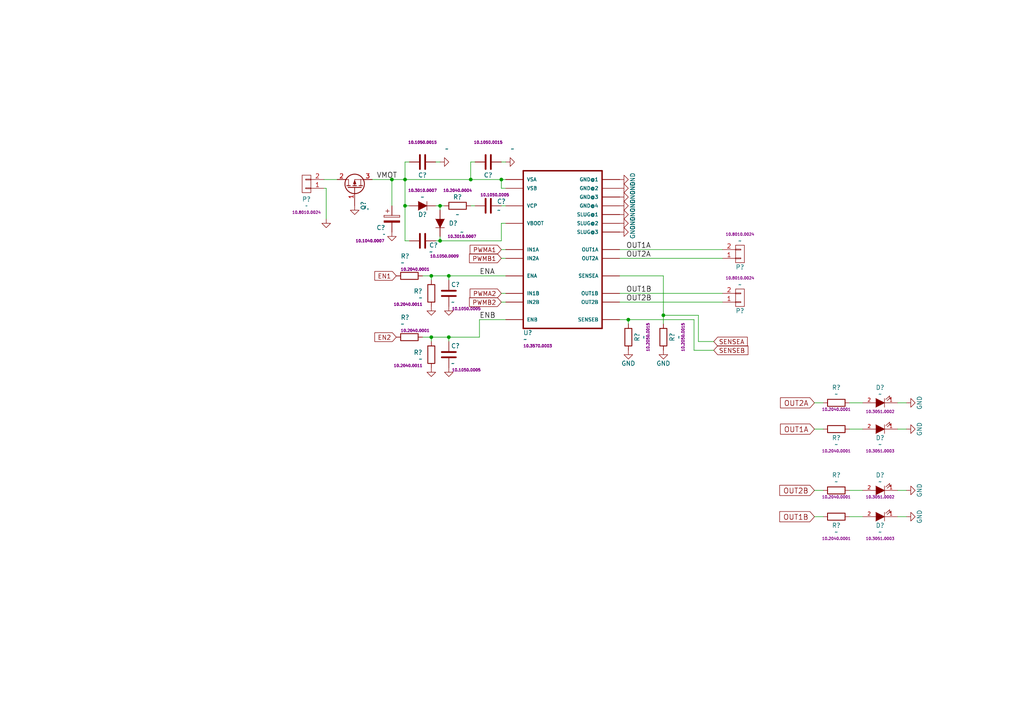
<source format=kicad_sch>
(kicad_sch (version 20211123) (generator eeschema)
  (paper "A4")
  (lib_symbols
    (symbol "RoboPonteDual-rescue:C" (pin_numbers hide) (pin_names (offset 0.254))
      (property "Reference" "C" (at 0.635 2.54 0))
      (property "Value" "C" (at 0.635 -2.54 0))
      (symbol "C_0_1"
        (polyline (pts (xy -2.032 -0.762) (xy 2.032 -0.762)) (stroke (width 0.508)))
        (polyline (pts (xy -2.032 0.762) (xy 2.032 0.762)) (stroke (width 0.508)))
      )
      (symbol "C_1_1"
        (pin passive line (at 0 3.81 270) (length 2.794) (name "~") (number "1"))
        (pin passive line (at 0 -3.81 90) (length 2.794) (name "~") (number "2"))
      )
    )
    (symbol "RoboPonteDual-rescue:CONN_01X02" (pin_names (offset 1.016) hide)
      (property "Reference" "P" (at 0 3.81 0))
      (property "Value" "CONN_01X02" (at 2.54 0 90))
      (symbol "CONN_01X02_0_1"
        (rectangle (start -1.27 -1.143) (end 0.254 -1.397))
        (rectangle (start -1.27 1.397) (end 0.254 1.143))
        (rectangle (start -1.27 2.54) (end 1.27 -2.54))
      )
      (symbol "CONN_01X02_1_1"
        (pin passive line (at -5.08 1.27 0) (length 3.81) (name "P1") (number "1"))
        (pin passive line (at -5.08 -1.27 0) (length 3.81) (name "P2") (number "2"))
      )
    )
    (symbol "RoboPonteDual-rescue:CP" (pin_numbers hide) (pin_names (offset 0.254))
      (property "Reference" "C" (at 0.635 2.54 0))
      (property "Value" "CP" (at 0.635 -2.54 0))
      (symbol "CP_0_1"
        (rectangle (start -2.286 0.508) (end -2.286 1.016))
        (rectangle (start -2.286 0.508) (end 2.286 0.508))
        (polyline (pts (xy -1.778 2.286) (xy -0.762 2.286)))
        (polyline (pts (xy -1.27 2.794) (xy -1.27 1.778)))
        (rectangle (start 2.286 -0.508) (end -2.286 -1.016) (fill (type outline)))
        (rectangle (start 2.286 1.016) (end -2.286 1.016))
        (rectangle (start 2.286 1.016) (end 2.286 0.508))
      )
      (symbol "CP_1_1"
        (pin passive line (at 0 3.81 270) (length 2.794) (name "~") (number "1"))
        (pin passive line (at 0 -3.81 90) (length 2.794) (name "~") (number "2"))
      )
    )
    (symbol "RoboPonteDual-rescue:D" (pin_numbers hide) (pin_names (offset 1.016) hide)
      (property "Reference" "D" (at 0 2.54 0))
      (property "Value" "D" (at 0 -2.54 0))
      (symbol "D_0_1"
        (polyline (pts (xy -1.27 1.27) (xy -1.27 -1.27)) (stroke (width 0.1524)))
        (polyline (pts (xy 1.27 1.27) (xy -1.27 0) (xy 1.27 -1.27)) (fill (type outline)))
      )
      (symbol "D_1_1"
        (pin passive line (at -3.81 0 0) (length 2.54) (name "K") (number "1"))
        (pin passive line (at 3.81 0 180) (length 2.54) (name "A") (number "2"))
      )
    )
    (symbol "RoboPonteDual-rescue:GND" (power) (pin_names (offset 0))
      (property "Value" "GND" (at 0 -3.81 0))
      (symbol "GND_0_1"
        (polyline (pts (xy 0 0) (xy 0 -1.27) (xy 1.27 -1.27) (xy 0 -2.54) (xy -1.27 -1.27) (xy 0 -1.27)))
      )
      (symbol "GND_1_1"
        (pin power_in line (at 0 0 270) (length 0) hide (name "GND") (number "1"))
      )
    )
    (symbol "RoboPonteDual-rescue:L6205PD" (pin_numbers hide) (pin_names (offset 1.016))
      (property "Reference" "U" (at -10.16 24.003 0))
      (property "Value" "L6205PD" (at -10.16 -25.654 0))
      (symbol "L6205PD_0_0"
        (polyline (pts (xy -10.16 -22.86) (xy -10.16 22.86)) (stroke (width 0.4064)))
        (polyline (pts (xy -10.16 -22.86) (xy 12.7 -22.86)) (stroke (width 0.4064)))
        (polyline (pts (xy 12.7 22.86) (xy -10.16 22.86)) (stroke (width 0.4064)))
        (polyline (pts (xy 12.7 22.86) (xy 12.7 -22.86)) (stroke (width 0.4064)))
        (pin input line (at 17.78 20.32 180) (length 5.08) (name "GND@1") (number "1"))
        (pin input line (at 17.78 17.78 180) (length 5.08) (name "GND@2") (number "10"))
        (pin input line (at 17.78 15.24 180) (length 5.08) (name "GND@3") (number "11"))
        (pin output line (at 17.78 -12.7 180) (length 5.08) (name "OUT1B") (number "12"))
        (pin input line (at 17.78 -20.32 180) (length 5.08) (name "SENSEB") (number "13"))
        (pin input line (at -15.24 -12.7 0) (length 5.08) (name "IN1B") (number "14"))
        (pin input line (at -15.24 -15.24 0) (length 5.08) (name "IN2B") (number "15"))
        (pin bidirectional line (at -15.24 -20.32 0) (length 5.08) (name "ENB") (number "16"))
        (pin passive line (at -15.24 7.62 0) (length 5.08) (name "VBOOT") (number "17"))
        (pin output line (at 17.78 -15.24 180) (length 5.08) (name "OUT2B") (number "18"))
        (pin input line (at -15.24 17.78 0) (length 5.08) (name "VSB") (number "19"))
        (pin input line (at -15.24 20.32 0) (length 5.08) (name "VSA") (number "2"))
        (pin input line (at 17.78 12.7 180) (length 5.08) (name "GND@4") (number "20"))
        (pin output line (at 17.78 -2.54 180) (length 5.08) (name "OUT2A") (number "3"))
        (pin passive line (at -15.24 12.7 0) (length 5.08) (name "VCP") (number "4"))
        (pin bidirectional line (at -15.24 -7.62 0) (length 5.08) (name "ENA") (number "5"))
        (pin input line (at -15.24 0 0) (length 5.08) (name "IN1A") (number "6"))
        (pin input line (at -15.24 -2.54 0) (length 5.08) (name "IN2A") (number "7"))
        (pin input line (at 17.78 -7.62 180) (length 5.08) (name "SENSEA") (number "8"))
        (pin output line (at 17.78 0 180) (length 5.08) (name "OUT1A") (number "9"))
        (pin input line (at 17.78 10.16 180) (length 5.08) (name "SLUG@1") (number "SLUG"))
        (pin input line (at 17.78 7.62 180) (length 5.08) (name "SLUG@2") (number "SLUG"))
        (pin input line (at 17.78 5.08 180) (length 5.08) (name "SLUG@3") (number "SLUG"))
      )
    )
    (symbol "RoboPonteDual-rescue:LED" (pin_names (offset 1.016) hide)
      (property "Reference" "D" (at 0 2.54 0))
      (property "Value" "LED" (at 0 -2.54 0))
      (symbol "LED_0_1"
        (polyline (pts (xy -1.27 1.27) (xy -1.27 -1.27)))
        (polyline (pts (xy -2.032 -0.635) (xy -3.175 -1.651) (xy -3.048 -1.016)))
        (polyline (pts (xy -1.651 -1.016) (xy -2.794 -2.032) (xy -2.667 -1.397)))
        (polyline (pts (xy 1.27 1.27) (xy -1.27 0) (xy 1.27 -1.27)) (fill (type outline)))
      )
      (symbol "LED_1_1"
        (pin passive line (at -5.08 0 0) (length 3.81) (name "K") (number "1"))
        (pin passive line (at 5.08 0 180) (length 3.81) (name "A") (number "2"))
      )
    )
    (symbol "RoboPonteDual-rescue:Q_PMOS_GDS" (pin_names (offset 0) hide)
      (property "Reference" "Q" (at 7.62 1.27 0))
      (property "Value" "Q_PMOS_GDS" (at 16.51 -1.27 0))
      (symbol "Q_PMOS_GDS_0_1"
        (polyline (pts (xy 0.762 -1.778) (xy 2.54 -1.778)))
        (polyline (pts (xy 0.762 -1.27) (xy 0.762 -2.286)) (stroke (width 0.254)))
        (polyline (pts (xy 0.762 0) (xy 2.54 0)))
        (polyline (pts (xy 0.762 0.508) (xy 0.762 -0.508)) (stroke (width 0.254)))
        (polyline (pts (xy 0.762 1.778) (xy 2.54 1.778)))
        (polyline (pts (xy 0.762 2.286) (xy 0.762 1.27)) (stroke (width 0.254)))
        (polyline (pts (xy 2.54 -1.778) (xy 2.54 -2.54)))
        (polyline (pts (xy 2.54 -1.778) (xy 2.54 0)))
        (polyline (pts (xy 2.54 2.54) (xy 2.54 1.778)))
        (polyline (pts (xy 0.254 1.905) (xy 0.254 -1.905) (xy 0.254 -1.905)) (stroke (width 0.254)))
        (polyline (pts (xy 2.286 0) (xy 1.27 -0.381) (xy 1.27 0.381) (xy 2.286 0)) (fill (type outline)))
        (circle (center 1.27 0) (radius 2.8194) (stroke (width 0.254)))
      )
      (symbol "Q_PMOS_GDS_1_1"
        (pin input line (at -5.08 0 0) (length 5.334) (name "G") (number "1"))
        (pin passive line (at 2.54 5.08 270) (length 2.54) (name "D") (number "2"))
        (pin passive line (at 2.54 -5.08 90) (length 2.54) (name "S") (number "3"))
      )
    )
    (symbol "RoboPonteDual-rescue:R" (pin_numbers hide) (pin_names (offset 0))
      (property "Reference" "R" (at 2.032 0 90))
      (property "Value" "R" (at 0 0 90))
      (symbol "R_0_1"
        (rectangle (start -1.016 -2.54) (end 1.016 2.54) (stroke (width 0.254)))
      )
      (symbol "R_1_1"
        (pin passive line (at 0 3.81 270) (length 1.27) (name "~") (number "1"))
        (pin passive line (at 0 -3.81 90) (length 1.27) (name "~") (number "2"))
      )
    )
  )
  (junction (at 145.415 52.07))
  (junction (at 182.245 92.71))
  (junction (at 136.525 52.07))
  (junction (at 113.665 52.07))
  (junction (at 127.635 69.85))
  (junction (at 117.475 52.07))
  (junction (at 125.095 80.01))
  (junction (at 127.635 59.69))
  (junction (at 192.405 91.44))
  (junction (at 117.475 59.69))
  (junction (at 125.095 97.79))
  (junction (at 130.175 80.01))
  (junction (at 130.175 97.79))
  (wire (pts (xy 201.295 92.71) (xy 201.295 101.6)))
  (wire (pts (xy 126.365 46.99) (xy 127.635 46.99)))
  (wire (pts (xy 202.565 91.44) (xy 202.565 99.06)))
  (wire (pts (xy 146.685 85.09) (xy 145.415 85.09)))
  (wire (pts (xy 145.415 87.63) (xy 146.685 87.63)))
  (wire (pts (xy 125.095 97.79) (xy 125.095 99.06)))
  (wire (pts (xy 127.635 60.96) (xy 127.635 59.69)))
  (wire (pts (xy 262.89 142.24) (xy 260.35 142.24)))
  (wire (pts (xy 125.095 81.28) (xy 125.095 80.01)))
  (wire (pts (xy 125.095 97.79) (xy 130.175 97.79)))
  (wire (pts (xy 122.555 97.79) (xy 125.095 97.79)))
  (wire (pts (xy 127.635 69.85) (xy 126.365 69.85)))
  (wire (pts (xy 130.175 81.28) (xy 130.175 80.01)))
  (wire (pts (xy 182.245 92.71) (xy 182.245 93.98)))
  (wire (pts (xy 145.415 46.99) (xy 146.685 46.99)))
  (wire (pts (xy 130.175 99.06) (xy 130.175 97.79)))
  (wire (pts (xy 117.475 59.69) (xy 117.475 69.85)))
  (wire (pts (xy 126.365 59.69) (xy 127.635 59.69)))
  (wire (pts (xy 236.22 149.86) (xy 238.76 149.86)))
  (wire (pts (xy 192.405 80.01) (xy 192.405 91.44)))
  (wire (pts (xy 136.525 52.07) (xy 145.415 52.07)))
  (wire (pts (xy 179.705 74.93) (xy 209.55 74.93)))
  (wire (pts (xy 179.705 92.71) (xy 182.245 92.71)))
  (wire (pts (xy 117.475 46.99) (xy 117.475 52.07)))
  (wire (pts (xy 145.415 64.77) (xy 145.415 69.85)))
  (wire (pts (xy 93.98 54.61) (xy 94.615 54.61)))
  (wire (pts (xy 113.665 59.69) (xy 113.665 52.07)))
  (wire (pts (xy 117.475 52.07) (xy 136.525 52.07)))
  (wire (pts (xy 122.555 80.01) (xy 125.095 80.01)))
  (wire (pts (xy 146.685 92.71) (xy 139.065 92.71)))
  (wire (pts (xy 146.685 64.77) (xy 145.415 64.77)))
  (wire (pts (xy 117.475 52.07) (xy 117.475 59.69)))
  (wire (pts (xy 145.415 54.61) (xy 145.415 52.07)))
  (wire (pts (xy 145.415 72.39) (xy 146.685 72.39)))
  (wire (pts (xy 262.89 149.86) (xy 260.35 149.86)))
  (wire (pts (xy 146.685 74.93) (xy 145.415 74.93)))
  (wire (pts (xy 145.415 69.85) (xy 127.635 69.85)))
  (wire (pts (xy 137.795 59.69) (xy 136.525 59.69)))
  (wire (pts (xy 93.98 52.07) (xy 97.79 52.07)))
  (wire (pts (xy 145.415 59.69) (xy 146.685 59.69)))
  (wire (pts (xy 94.615 54.61) (xy 94.615 63.5)))
  (wire (pts (xy 127.635 68.58) (xy 127.635 69.85)))
  (wire (pts (xy 130.175 80.01) (xy 146.685 80.01)))
  (wire (pts (xy 139.065 92.71) (xy 139.065 97.79)))
  (wire (pts (xy 127.635 59.69) (xy 128.905 59.69)))
  (wire (pts (xy 136.525 46.99) (xy 136.525 52.07)))
  (wire (pts (xy 137.795 46.99) (xy 136.525 46.99)))
  (wire (pts (xy 145.415 52.07) (xy 146.685 52.07)))
  (wire (pts (xy 262.89 116.84) (xy 260.35 116.84)))
  (wire (pts (xy 262.89 124.46) (xy 260.35 124.46)))
  (wire (pts (xy 107.95 52.07) (xy 113.665 52.07)))
  (wire (pts (xy 182.245 92.71) (xy 201.295 92.71)))
  (wire (pts (xy 250.19 124.46) (xy 246.38 124.46)))
  (wire (pts (xy 236.22 116.84) (xy 238.76 116.84)))
  (wire (pts (xy 179.705 72.39) (xy 209.55 72.39)))
  (wire (pts (xy 250.19 142.24) (xy 246.38 142.24)))
  (wire (pts (xy 250.19 149.86) (xy 246.38 149.86)))
  (wire (pts (xy 113.665 52.07) (xy 117.475 52.07)))
  (wire (pts (xy 117.475 69.85) (xy 118.745 69.85)))
  (wire (pts (xy 179.705 85.09) (xy 209.55 85.09)))
  (wire (pts (xy 146.685 54.61) (xy 145.415 54.61)))
  (wire (pts (xy 118.745 46.99) (xy 117.475 46.99)))
  (wire (pts (xy 250.19 116.84) (xy 246.38 116.84)))
  (wire (pts (xy 236.22 142.24) (xy 238.76 142.24)))
  (wire (pts (xy 130.175 97.79) (xy 139.065 97.79)))
  (wire (pts (xy 202.565 99.06) (xy 207.01 99.06)))
  (wire (pts (xy 179.705 80.01) (xy 192.405 80.01)))
  (wire (pts (xy 125.095 80.01) (xy 130.175 80.01)))
  (wire (pts (xy 201.295 101.6) (xy 207.01 101.6)))
  (wire (pts (xy 117.475 59.69) (xy 118.745 59.69)))
  (wire (pts (xy 192.405 91.44) (xy 202.565 91.44)))
  (wire (pts (xy 236.22 124.46) (xy 238.76 124.46)))
  (wire (pts (xy 192.405 91.44) (xy 192.405 93.98)))
  (wire (pts (xy 179.705 87.63) (xy 209.55 87.63)))
  (label "ENB" (at 139.065 92.71 0) (effects (font (size 1.524 1.524))))
  (label "OUT1B" (at 181.61 85.09 0) (effects (font (size 1.4986 1.4986))))
  (label "VMOT" (at 109.22 52.07 0) (effects (font (size 1.524 1.524))))
  (label "OUT2B" (at 181.61 87.63 0) (effects (font (size 1.4986 1.4986))))
  (label "ENA" (at 139.065 80.01 0) (effects (font (size 1.524 1.524))))
  (label "OUT1A" (at 181.61 72.39 0) (effects (font (size 1.4986 1.4986))))
  (label "OUT2A" (at 181.61 74.93 0) (effects (font (size 1.4986 1.4986))))
  (global_label "PWMA2" (shape input) (at 145.415 85.09 180) (effects (font (size 1.2954 1.2954))) (property "Intersheet References" "${INTERSHEET_REFS}" (effects hide)))
  (global_label "EN2" (shape input) (at 114.935 97.79 180) (effects (font (size 1.2954 1.2954))) (property "Intersheet References" "${INTERSHEET_REFS}" (effects hide)))
  (global_label "PWMA1" (shape input) (at 145.415 72.39 180) (effects (font (size 1.2954 1.2954))) (property "Intersheet References" "${INTERSHEET_REFS}" (effects hide)))
  (global_label "EN1" (shape input) (at 114.935 80.01 180) (effects (font (size 1.2954 1.2954))) (property "Intersheet References" "${INTERSHEET_REFS}" (effects hide)))
  (global_label "SENSEA" (shape input) (at 207.01 99.06 0) (effects (font (size 1.2954 1.2954))) (property "Intersheet References" "${INTERSHEET_REFS}" (effects hide)))
  (global_label "PWMB2" (shape input) (at 145.415 87.63 180) (effects (font (size 1.2954 1.2954))) (property "Intersheet References" "${INTERSHEET_REFS}" (effects hide)))
  (global_label "OUT2A" (shape input) (at 236.22 116.84 180) (effects (font (size 1.4986 1.4986))) (property "Intersheet References" "${INTERSHEET_REFS}" (effects hide)))
  (global_label "PWMB1" (shape input) (at 145.415 74.93 180) (effects (font (size 1.2954 1.2954))) (property "Intersheet References" "${INTERSHEET_REFS}" (effects hide)))
  (global_label "OUT1A" (shape input) (at 236.22 124.46 180) (effects (font (size 1.4986 1.4986))) (property "Intersheet References" "${INTERSHEET_REFS}" (effects hide)))
  (global_label "SENSEB" (shape input) (at 207.01 101.6 0) (effects (font (size 1.2954 1.2954))) (property "Intersheet References" "${INTERSHEET_REFS}" (effects hide)))
  (global_label "OUT2B" (shape input) (at 236.22 142.24 180) (effects (font (size 1.4986 1.4986))) (property "Intersheet References" "${INTERSHEET_REFS}" (effects hide)))
  (global_label "OUT1B" (shape input) (at 236.22 149.86 180) (effects (font (size 1.4986 1.4986))) (property "Intersheet References" "${INTERSHEET_REFS}" (effects hide)))
  (symbol (lib_id "RoboPonteDual-rescue:R") (at 192.405 97.79 0) (unit 1)
    (property "Reference" "R?" (at 194.945 97.79 90))
    (property "Value" "~" (at 196.85 97.79 90))
    (property "katodo" "10.2050.0015" (at 198.12 97.79 90) (effects (font (size 0.7874 0.7874))))
  )
  (symbol (lib_id "RoboPonteDual-rescue:GND") (at 262.89 116.84 90) (unit 1)
    (property "Reference" "#PWR?" (effects hide))
    (property "Value" "~" (at 266.7 116.84 0))
  )
  (symbol (lib_id "RoboPonteDual-rescue:GND") (at 113.665 67.31 0) (unit 1)
    (property "Reference" "#PWR?" (effects hide))
  )
  (symbol (lib_id "RoboPonteDual-rescue:GND") (at 179.705 59.69 90) (unit 1)
    (property "Reference" "#PWR?" (effects hide))
    (property "Value" "~" (at 183.515 59.69 0))
  )
  (symbol (lib_id "RoboPonteDual-rescue:CONN_01X02") (at 214.63 73.66 0) (mirror x) (unit 1)
    (property "Reference" "P?" (at 214.63 77.47 0))
    (property "Value" "~" (at 214.63 69.85 0))
    (property "katodo" "10.8010.0024" (at 214.63 67.945 0) (effects (font (size 0.7874 0.7874))))
  )
  (symbol (lib_id "RoboPonteDual-rescue:R") (at 242.57 149.86 270) (unit 1)
    (property "Reference" "R?" (at 242.57 152.4 90))
    (property "Value" "~" (at 242.57 154.305 90))
    (property "katodo" "10.2040.0001" (at 242.57 156.21 90) (effects (font (size 0.7874 0.7874))))
  )
  (symbol (lib_id "RoboPonteDual-rescue:CONN_01X02") (at 214.63 86.36 0) (mirror x) (unit 1)
    (property "Reference" "P?" (at 214.63 90.17 0))
    (property "Value" "~" (at 214.63 82.55 0))
    (property "katodo" "10.8010.0024" (at 214.63 80.645 0) (effects (font (size 0.7874 0.7874))))
  )
  (symbol (lib_id "RoboPonteDual-rescue:GND") (at 125.095 106.68 0) (unit 1)
    (property "Reference" "#PWR?" (effects hide))
  )
  (symbol (lib_id "RoboPonteDual-rescue:R") (at 125.095 102.87 180) (unit 1)
    (property "Reference" "R?" (at 122.555 102.235 0) (effects (justify left)))
    (property "Value" "~" (at 122.555 104.14 0) (effects (justify left)))
    (property "katodo" "10.2040.0011" (at 122.555 106.045 0) (effects (font (size 0.7874 0.7874)) (justify left)))
  )
  (symbol (lib_id "RoboPonteDual-rescue:GND") (at 125.095 88.9 0) (unit 1)
    (property "Reference" "#PWR?" (effects hide))
  )
  (symbol (lib_id "RoboPonteDual-rescue:GND") (at 179.705 64.77 90) (unit 1)
    (property "Reference" "#PWR?" (effects hide))
    (property "Value" "~" (at 183.515 64.77 0))
  )
  (symbol (lib_id "RoboPonteDual-rescue:R") (at 118.745 97.79 270) (unit 1)
    (property "Reference" "R?" (at 116.205 92.075 90) (effects (justify left)))
    (property "Value" "~" (at 116.205 93.98 90) (effects (justify left)))
    (property "katodo" "10.2040.0001" (at 116.205 95.885 90) (effects (font (size 0.7874 0.7874)) (justify left)))
  )
  (symbol (lib_id "RoboPonteDual-rescue:GND") (at 94.615 63.5 0) (unit 1)
    (property "Reference" "#PWR?" (effects hide))
  )
  (symbol (lib_id "RoboPonteDual-rescue:LED") (at 255.27 149.86 180) (unit 1)
    (property "Reference" "D?" (at 255.27 152.4 0))
    (property "Value" "~" (at 255.27 154.305 0))
    (property "katodo" "10.3051.0003" (at 255.27 156.21 0) (effects (font (size 0.7874 0.7874))))
  )
  (symbol (lib_id "RoboPonteDual-rescue:CP") (at 113.665 63.5 0) (unit 1)
    (property "Reference" "C?" (at 111.76 66.04 0) (effects (justify right)))
    (property "Value" "~" (at 111.76 67.945 0) (effects (font (size 0.7874 0.7874)) (justify right)))
    (property "katodo" "10.1040.0007" (at 107.315 69.85 0) (effects (font (size 0.7874 0.7874))))
  )
  (symbol (lib_id "RoboPonteDual-rescue:GND") (at 179.705 52.07 90) (unit 1)
    (property "Reference" "#PWR?" (effects hide))
    (property "Value" "~" (at 183.515 52.07 0))
  )
  (symbol (lib_id "RoboPonteDual-rescue:GND") (at 262.89 124.46 90) (unit 1)
    (property "Reference" "#PWR?" (effects hide))
    (property "Value" "~" (at 266.7 124.46 0))
  )
  (symbol (lib_id "RoboPonteDual-rescue:R") (at 125.095 85.09 180) (unit 1)
    (property "Reference" "R?" (at 122.555 84.455 0) (effects (justify left)))
    (property "Value" "~" (at 122.555 86.36 0) (effects (justify left)))
    (property "katodo" "10.2040.0011" (at 122.555 88.265 0) (effects (font (size 0.7874 0.7874)) (justify left)))
  )
  (symbol (lib_id "RoboPonteDual-rescue:C") (at 141.605 46.99 90) (unit 1)
    (property "Reference" "C?" (at 142.875 50.8 90) (effects (justify left)))
    (property "Value" "~" (at 149.225 43.18 90) (effects (justify left)))
    (property "katodo" "10.1050.0015" (at 141.605 41.275 90) (effects (font (size 0.7874 0.7874))))
  )
  (symbol (lib_id "RoboPonteDual-rescue:GND") (at 130.175 106.68 0) (unit 1)
    (property "Reference" "#PWR?" (effects hide))
  )
  (symbol (lib_id "RoboPonteDual-rescue:GND") (at 179.705 54.61 90) (unit 1)
    (property "Reference" "#PWR?" (effects hide))
    (property "Value" "~" (at 183.515 54.61 0))
  )
  (symbol (lib_id "RoboPonteDual-rescue:LED") (at 255.27 142.24 180) (unit 1)
    (property "Reference" "D?" (at 255.27 137.795 0))
    (property "Value" "~" (at 255.27 139.7 0))
    (property "katodo" "10.3051.0002" (at 255.27 144.145 0) (effects (font (size 0.7874 0.7874))))
  )
  (symbol (lib_id "RoboPonteDual-rescue:R") (at 132.715 59.69 270) (unit 1)
    (property "Reference" "R?" (at 132.715 57.15 90))
    (property "Value" "~" (at 132.715 62.23 90))
    (property "katodo" "10.2040.0004" (at 132.715 55.245 90) (effects (font (size 0.7874 0.7874))))
  )
  (symbol (lib_id "RoboPonteDual-rescue:GND") (at 179.705 62.23 90) (unit 1)
    (property "Reference" "#PWR?" (effects hide))
    (property "Value" "~" (at 183.515 62.23 0))
  )
  (symbol (lib_id "RoboPonteDual-rescue:C") (at 130.175 85.09 0) (unit 1)
    (property "Reference" "C?" (at 130.81 82.55 0) (effects (justify left)))
    (property "Value" "~" (at 130.81 87.63 0) (effects (justify left)))
    (property "katodo" "10.1050.0005" (at 135.255 89.535 0) (effects (font (size 0.7874 0.7874))))
  )
  (symbol (lib_id "RoboPonteDual-rescue:D") (at 122.555 59.69 180) (unit 1)
    (property "Reference" "D?" (at 122.555 62.23 0))
    (property "Value" "~" (at 122.555 57.15 0))
    (property "katodo" "10.3010.0007" (at 122.555 55.245 0) (effects (font (size 0.7874 0.7874))))
  )
  (symbol (lib_id "RoboPonteDual-rescue:GND") (at 262.89 142.24 90) (unit 1)
    (property "Reference" "#PWR?" (effects hide))
    (property "Value" "~" (at 266.7 142.24 0))
  )
  (symbol (lib_id "RoboPonteDual-rescue:C") (at 130.175 102.87 0) (unit 1)
    (property "Reference" "C?" (at 130.81 100.33 0) (effects (justify left)))
    (property "Value" "~" (at 130.81 105.41 0) (effects (justify left)))
    (property "katodo" "10.1050.0005" (at 135.255 107.315 0) (effects (font (size 0.7874 0.7874))))
  )
  (symbol (lib_id "RoboPonteDual-rescue:C") (at 122.555 69.85 90) (unit 1)
    (property "Reference" "C?" (at 124.46 71.12 90) (effects (justify right)))
    (property "Value" "~" (at 124.46 73.025 90) (effects (justify right)))
    (property "katodo" "10.1050.0009" (at 128.905 74.295 90) (effects (font (size 0.7874 0.7874))))
  )
  (symbol (lib_id "RoboPonteDual-rescue:GND") (at 262.89 149.86 90) (unit 1)
    (property "Reference" "#PWR?" (effects hide))
    (property "Value" "~" (at 266.7 149.86 0))
  )
  (symbol (lib_id "RoboPonteDual-rescue:D") (at 127.635 64.77 90) (unit 1)
    (property "Reference" "D?" (at 131.445 64.77 90))
    (property "Value" "~" (at 133.985 67.31 90))
    (property "katodo" "10.3010.0007" (at 133.985 68.58 90) (effects (font (size 0.7874 0.7874))))
  )
  (symbol (lib_id "RoboPonteDual-rescue:C") (at 122.555 46.99 90) (unit 1)
    (property "Reference" "C?" (at 123.825 50.8 90) (effects (justify left)))
    (property "Value" "~" (at 130.175 43.18 90) (effects (justify left)))
    (property "katodo" "10.1050.0015" (at 122.555 41.275 90) (effects (font (size 0.7874 0.7874))))
  )
  (symbol (lib_id "RoboPonteDual-rescue:Q_PMOS_GDS") (at 102.87 54.61 90) (unit 1)
    (property "Reference" "Q?" (at 105.41 60.96 0) (effects (justify left)))
    (property "Value" "~" (at 106.68 60.96 0) (effects (font (size 0.7874 0.7874)) (justify left)))
    (property "Datasheet" "http://docs-http://www.st.com/st-web-ui/static/active/en/resource/technical/document/datasheet/DM00051198.pdf" (effects hide))
    (property "DigiKey" "497-13424-1-ND" (effects hide))
    (property "RS-Components" "917-2747" (effects hide))
  )
  (symbol (lib_id "RoboPonteDual-rescue:R") (at 242.57 142.24 270) (unit 1)
    (property "Reference" "R?" (at 242.57 137.795 90))
    (property "Value" "~" (at 242.57 139.7 90))
    (property "katodo" "10.2040.0001" (at 242.57 144.145 90) (effects (font (size 0.7874 0.7874))))
  )
  (symbol (lib_id "RoboPonteDual-rescue:R") (at 242.57 116.84 270) (unit 1)
    (property "Reference" "R?" (at 242.57 112.395 90))
    (property "Value" "~" (at 242.57 114.3 90))
    (property "katodo" "10.2040.0001" (at 242.57 118.745 90) (effects (font (size 0.7874 0.7874))))
  )
  (symbol (lib_id "RoboPonteDual-rescue:GND") (at 179.705 57.15 90) (unit 1)
    (property "Reference" "#PWR?" (effects hide))
    (property "Value" "~" (at 183.515 57.15 0))
  )
  (symbol (lib_id "RoboPonteDual-rescue:GND") (at 127.635 46.99 90) (unit 1)
    (property "Reference" "#PWR?" (effects hide))
  )
  (symbol (lib_id "RoboPonteDual-rescue:GND") (at 146.685 46.99 90) (unit 1)
    (property "Reference" "#PWR?" (effects hide))
  )
  (symbol (lib_id "RoboPonteDual-rescue:R") (at 118.745 80.01 270) (unit 1)
    (property "Reference" "R?" (at 116.205 74.295 90) (effects (justify left)))
    (property "Value" "~" (at 116.205 76.2 90) (effects (justify left)))
    (property "katodo" "10.2040.0001" (at 116.205 78.105 90) (effects (font (size 0.7874 0.7874)) (justify left)))
  )
  (symbol (lib_id "RoboPonteDual-rescue:CONN_01X02") (at 88.9 53.34 180) (unit 1)
    (property "Reference" "P?" (at 88.9 57.785 0))
    (property "Value" "~" (at 88.9 59.69 0) (effects (font (size 0.7874 0.7874))))
    (property "katodo" "10.8010.0024" (at 88.9 61.595 0) (effects (font (size 0.7874 0.7874))))
  )
  (symbol (lib_id "RoboPonteDual-rescue:GND") (at 192.405 101.6 0) (unit 1)
    (property "Reference" "#PWR?" (effects hide))
    (property "Value" "~" (at 192.405 105.41 0))
  )
  (symbol (lib_id "RoboPonteDual-rescue:LED") (at 255.27 124.46 180) (unit 1)
    (property "Reference" "D?" (at 255.27 127 0))
    (property "Value" "~" (at 255.27 128.905 0))
    (property "katodo" "10.3051.0003" (at 255.27 130.81 0) (effects (font (size 0.7874 0.7874))))
  )
  (symbol (lib_id "RoboPonteDual-rescue:L6205PD") (at 161.925 72.39 0) (unit 1)
    (property "Reference" "U?" (at 151.765 96.52 0) (effects (justify left)))
    (property "Value" "~" (at 151.765 98.425 0) (effects (justify left)))
    (property "katodo" "10.3570.0003" (at 151.765 100.33 0) (effects (font (size 0.7874 0.7874)) (justify left)))
  )
  (symbol (lib_id "RoboPonteDual-rescue:GND") (at 130.175 88.9 0) (unit 1)
    (property "Reference" "#PWR?" (effects hide))
  )
  (symbol (lib_id "RoboPonteDual-rescue:LED") (at 255.27 116.84 180) (unit 1)
    (property "Reference" "D?" (at 255.27 112.395 0))
    (property "Value" "~" (at 255.27 114.3 0))
    (property "katodo" "10.3051.0002" (at 255.27 119.38 0) (effects (font (size 0.7874 0.7874))))
  )
  (symbol (lib_id "RoboPonteDual-rescue:GND") (at 179.705 67.31 90) (unit 1)
    (property "Reference" "#PWR?" (effects hide))
    (property "Value" "~" (at 183.515 67.31 0))
  )
  (symbol (lib_id "RoboPonteDual-rescue:GND") (at 182.245 101.6 0) (unit 1)
    (property "Reference" "#PWR?" (effects hide))
    (property "Value" "~" (at 182.245 105.41 0))
  )
  (symbol (lib_id "RoboPonteDual-rescue:C") (at 141.605 59.69 270) (unit 1)
    (property "Reference" "C?" (at 144.145 58.42 90) (effects (justify left)))
    (property "Value" "~" (at 144.145 60.96 90) (effects (justify left)))
    (property "katodo" "10.1050.0005" (at 143.51 56.515 90) (effects (font (size 0.7874 0.7874))))
  )
  (symbol (lib_id "RoboPonteDual-rescue:R") (at 182.245 97.79 0) (unit 1)
    (property "Reference" "R?" (at 184.785 97.79 90))
    (property "Value" "~" (at 186.69 97.79 90))
    (property "katodo" "10.2050.0015" (at 187.96 97.79 90) (effects (font (size 0.7874 0.7874))))
  )
  (symbol (lib_id "RoboPonteDual-rescue:GND") (at 102.87 59.69 0) (unit 1)
    (property "Reference" "#PWR?" (effects hide))
  )
  (symbol (lib_id "RoboPonteDual-rescue:R") (at 242.57 124.46 270) (unit 1)
    (property "Reference" "R?" (at 242.57 127 90))
    (property "Value" "~" (at 242.57 128.905 90))
    (property "katodo" "10.2040.0001" (at 242.57 130.81 90) (effects (font (size 0.7874 0.7874))))
  )
)
</source>
